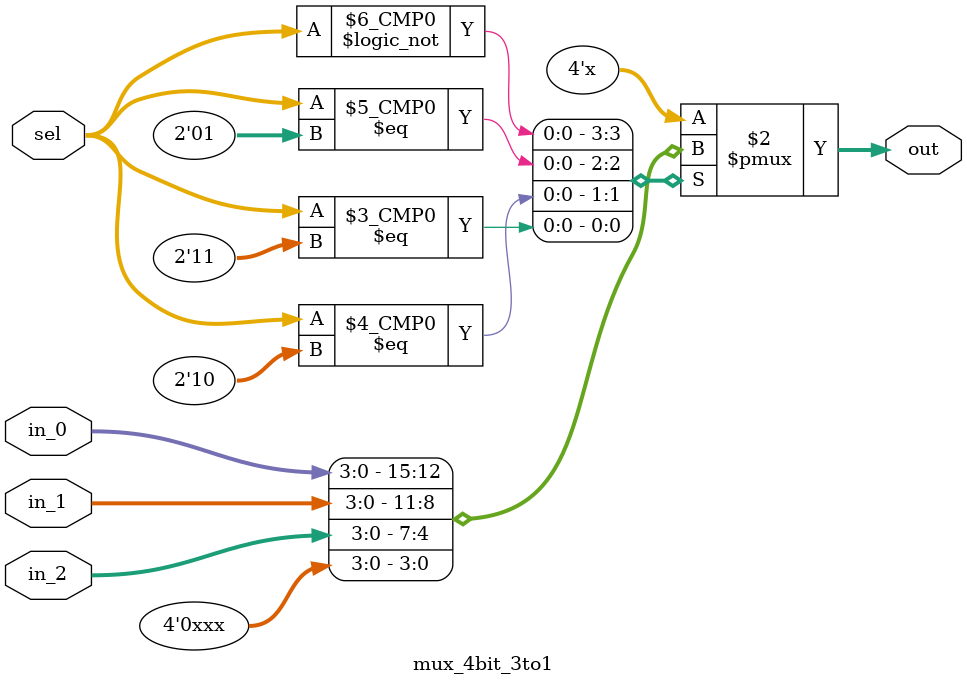
<source format=v>
/*CS 552 project 3 to 1 mux (4 bit)*/
module mux_4bit_3to1(sel, in_0, in_1, in_2, out);
	input [1:0] sel;
	input [3:0] in_0;
	input [3:0] in_1;
	input [3:0] in_2;

	output reg [3:0] out;
	always @ (sel or in_0 or in_1 or in_2) begin
		case(sel)
			2'b00: out <= in_0;
			2'b01: out <= in_1;
			2'b10: out <= in_2;
			2'b11: out <= 3'bx;
		endcase
	end
endmodule 

</source>
